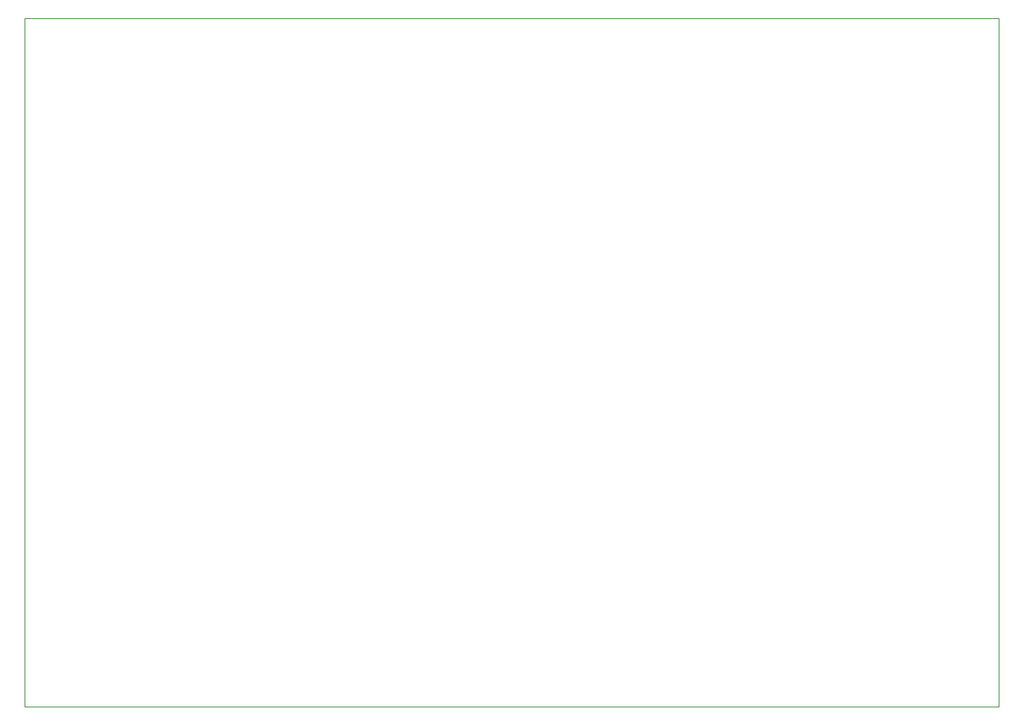
<source format=gbr>
%TF.GenerationSoftware,KiCad,Pcbnew,no-vcs-found-bc0306b~61~ubuntu16.04.1*%
%TF.CreationDate,2017-11-23T16:29:56+02:00*%
%TF.ProjectId,motherboard,6D6F74686572626F6172642E6B696361,rev?*%
%TF.SameCoordinates,Original*%
%TF.FileFunction,Profile,NP*%
%FSLAX46Y46*%
G04 Gerber Fmt 4.6, Leading zero omitted, Abs format (unit mm)*
G04 Created by KiCad (PCBNEW no-vcs-found-bc0306b~61~ubuntu16.04.1) date Thu Nov 23 16:29:56 2017*
%MOMM*%
%LPD*%
G01*
G04 APERTURE LIST*
%ADD10C,0.100000*%
G04 APERTURE END LIST*
D10*
X190500000Y-22860000D02*
X86360000Y-22860000D01*
X190500000Y-96520000D02*
X190500000Y-22860000D01*
X86360000Y-96520000D02*
X190500000Y-96520000D01*
X86360000Y-22860000D02*
X86360000Y-96520000D01*
M02*

</source>
